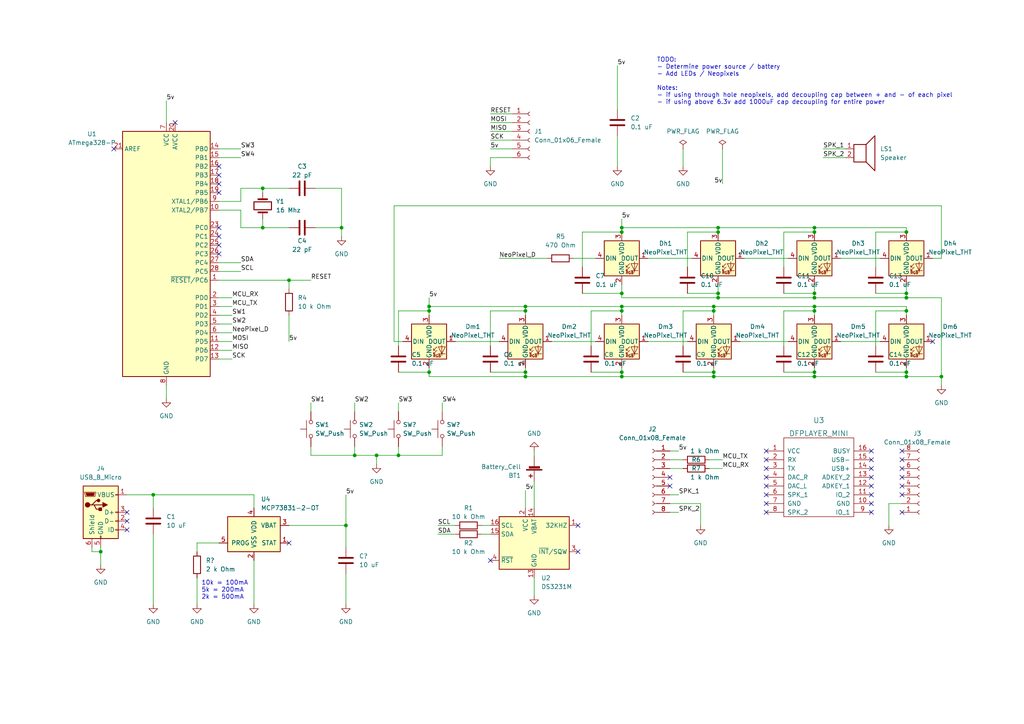
<source format=kicad_sch>
(kicad_sch (version 20211123) (generator eeschema)
  (paper "A4")
  (title_block (title "JoeyFrank - Pimple Clock Circuit") (date "2022-12-23") (rev "1") (company "DCR"))
  (lib_symbols
    (symbol "Battery_Management:MCP73831-2-OT" (pin_names (offset 1.016))
      (property "Reference" "U" (at -7.62 6.35 0))
      (property "Value" "MCP73831-2-OT" (at 1.27 6.35 0))
      (symbol "MCP73831-2-OT_0_1"
        (rectangle (start -7.62 5.08) (end 7.62 -5.08) (stroke (width 0.254)) (fill (type background)))
      )
      (symbol "MCP73831-2-OT_1_1"
        (pin output line (at 10.16 -2.54 180) (length 2.54) (name "STAT") (number "1"))
        (pin power_in line (at 0 -7.62 90) (length 2.54) (name "VSS") (number "2"))
        (pin power_out line (at 10.16 2.54 180) (length 2.54) (name "VBAT") (number "3"))
        (pin power_in line (at 0 7.62 270) (length 2.54) (name "VDD") (number "4"))
        (pin input line (at -10.16 -2.54 0) (length 2.54) (name "PROG") (number "5"))
      )
    )
    (symbol "Connector:Conn_01x06_Female" (pin_names (offset 1.016) hide)
      (property "Reference" "J" (at 0 7.62 0))
      (property "Value" "Conn_01x06_Female" (at 0 -10.16 0))
      (symbol "Conn_01x06_Female_1_1"
        (arc (start 0 -7.112) (mid -0.508 -7.62) (end 0 -8.128) (stroke (width 0.1524)))
        (arc (start 0 -4.572) (mid -0.508 -5.08) (end 0 -5.588) (stroke (width 0.1524)))
        (arc (start 0 -2.032) (mid -0.508 -2.54) (end 0 -3.048) (stroke (width 0.1524)))
        (polyline (pts (xy -1.27 -7.62) (xy -0.508 -7.62)) (stroke (width 0.1524)))
        (polyline (pts (xy -1.27 -5.08) (xy -0.508 -5.08)) (stroke (width 0.1524)))
        (polyline (pts (xy -1.27 -2.54) (xy -0.508 -2.54)) (stroke (width 0.1524)))
        (polyline (pts (xy -1.27 0) (xy -0.508 0)) (stroke (width 0.1524)))
        (polyline (pts (xy -1.27 2.54) (xy -0.508 2.54)) (stroke (width 0.1524)))
        (polyline (pts (xy -1.27 5.08) (xy -0.508 5.08)) (stroke (width 0.1524)))
        (arc (start 0 0.508) (mid -0.508 0) (end 0 -0.508) (stroke (width 0.1524)))
        (arc (start 0 3.048) (mid -0.508 2.54) (end 0 2.032) (stroke (width 0.1524)))
        (arc (start 0 5.588) (mid -0.508 5.08) (end 0 4.572) (stroke (width 0.1524)))
        (pin passive line (at -5.08 5.08 0) (length 3.81) (name "Pin_1") (number "1"))
        (pin passive line (at -5.08 2.54 0) (length 3.81) (name "Pin_2") (number "2"))
        (pin passive line (at -5.08 0 0) (length 3.81) (name "Pin_3") (number "3"))
        (pin passive line (at -5.08 -2.54 0) (length 3.81) (name "Pin_4") (number "4"))
        (pin passive line (at -5.08 -5.08 0) (length 3.81) (name "Pin_5") (number "5"))
        (pin passive line (at -5.08 -7.62 0) (length 3.81) (name "Pin_6") (number "6"))
      )
    )
    (symbol "Connector:Conn_01x08_Female" (pin_names (offset 1.016) hide)
      (property "Reference" "J" (at 0 10.16 0))
      (property "Value" "Conn_01x08_Female" (at 0 -12.7 0))
      (symbol "Conn_01x08_Female_1_1"
        (arc (start 0 -9.652) (mid -0.508 -10.16) (end 0 -10.668) (stroke (width 0.1524)))
        (arc (start 0 -7.112) (mid -0.508 -7.62) (end 0 -8.128) (stroke (width 0.1524)))
        (arc (start 0 -4.572) (mid -0.508 -5.08) (end 0 -5.588) (stroke (width 0.1524)))
        (arc (start 0 -2.032) (mid -0.508 -2.54) (end 0 -3.048) (stroke (width 0.1524)))
        (polyline (pts (xy -1.27 -10.16) (xy -0.508 -10.16)) (stroke (width 0.1524)))
        (polyline (pts (xy -1.27 -7.62) (xy -0.508 -7.62)) (stroke (width 0.1524)))
        (polyline (pts (xy -1.27 -5.08) (xy -0.508 -5.08)) (stroke (width 0.1524)))
        (polyline (pts (xy -1.27 -2.54) (xy -0.508 -2.54)) (stroke (width 0.1524)))
        (polyline (pts (xy -1.27 0) (xy -0.508 0)) (stroke (width 0.1524)))
        (polyline (pts (xy -1.27 2.54) (xy -0.508 2.54)) (stroke (width 0.1524)))
        (polyline (pts (xy -1.27 5.08) (xy -0.508 5.08)) (stroke (width 0.1524)))
        (polyline (pts (xy -1.27 7.62) (xy -0.508 7.62)) (stroke (width 0.1524)))
        (arc (start 0 0.508) (mid -0.508 0) (end 0 -0.508) (stroke (width 0.1524)))
        (arc (start 0 3.048) (mid -0.508 2.54) (end 0 2.032) (stroke (width 0.1524)))
        (arc (start 0 5.588) (mid -0.508 5.08) (end 0 4.572) (stroke (width 0.1524)))
        (arc (start 0 8.128) (mid -0.508 7.62) (end 0 7.112) (stroke (width 0.1524)))
        (pin passive line (at -5.08 7.62 0) (length 3.81) (name "Pin_1") (number "1"))
        (pin passive line (at -5.08 5.08 0) (length 3.81) (name "Pin_2") (number "2"))
        (pin passive line (at -5.08 2.54 0) (length 3.81) (name "Pin_3") (number "3"))
        (pin passive line (at -5.08 0 0) (length 3.81) (name "Pin_4") (number "4"))
        (pin passive line (at -5.08 -2.54 0) (length 3.81) (name "Pin_5") (number "5"))
        (pin passive line (at -5.08 -5.08 0) (length 3.81) (name "Pin_6") (number "6"))
        (pin passive line (at -5.08 -7.62 0) (length 3.81) (name "Pin_7") (number "7"))
        (pin passive line (at -5.08 -10.16 0) (length 3.81) (name "Pin_8") (number "8"))
      )
    )
    (symbol "Connector:USB_B_Micro" (pin_names (offset 1.016))
      (property "Reference" "J" (at -5.08 11.43 0))
      (property "Value" "USB_B_Micro" (at -5.08 8.89 0))
      (symbol "USB_B_Micro_0_1"
        (rectangle (start -5.08 -7.62) (end 5.08 7.62) (stroke (width 0.254)) (fill (type background)))
        (circle (center -3.81 2.159) (radius 0.635) (stroke (width 0.254)) (fill (type outline)))
        (circle (center -0.635 3.429) (radius 0.381) (stroke (width 0.254)) (fill (type outline)))
        (rectangle (start -0.127 -7.62) (end 0.127 -6.858))
        (polyline (pts (xy -1.905 2.159) (xy 0.635 2.159)) (stroke (width 0.254)))
        (polyline (pts (xy -3.175 2.159) (xy -2.54 2.159) (xy -1.27 3.429) (xy -0.635 3.429)) (stroke (width 0.254)))
        (polyline (pts (xy -2.54 2.159) (xy -1.905 2.159) (xy -1.27 0.889) (xy 0 0.889)) (stroke (width 0.254)))
        (polyline (pts (xy 0.635 2.794) (xy 0.635 1.524) (xy 1.905 2.159) (xy 0.635 2.794)) (stroke (width 0.254)) (fill (type outline)))
        (polyline (pts (xy -4.318 5.588) (xy -1.778 5.588) (xy -2.032 4.826) (xy -4.064 4.826) (xy -4.318 5.588)) (fill (type outline)))
        (polyline (pts (xy -4.699 5.842) (xy -4.699 5.588) (xy -4.445 4.826) (xy -4.445 4.572) (xy -1.651 4.572) (xy -1.651 4.826) (xy -1.397 5.588) (xy -1.397 5.842) (xy -4.699 5.842)))
        (rectangle (start 0.254 1.27) (end -0.508 0.508) (stroke (width 0.254)) (fill (type outline)))
        (rectangle (start 5.08 -5.207) (end 4.318 -4.953))
        (rectangle (start 5.08 -2.667) (end 4.318 -2.413))
        (rectangle (start 5.08 -0.127) (end 4.318 0.127))
        (rectangle (start 5.08 4.953) (end 4.318 5.207))
      )
      (symbol "USB_B_Micro_1_1"
        (pin power_out line (at 7.62 5.08 180) (length 2.54) (name "VBUS") (number "1"))
        (pin bidirectional line (at 7.62 -2.54 180) (length 2.54) (name "D-") (number "2"))
        (pin bidirectional line (at 7.62 0 180) (length 2.54) (name "D+") (number "3"))
        (pin passive line (at 7.62 -5.08 180) (length 2.54) (name "ID") (number "4"))
        (pin power_out line (at 0 -10.16 90) (length 2.54) (name "GND") (number "5"))
        (pin passive line (at -2.54 -10.16 90) (length 2.54) (name "Shield") (number "6"))
      )
    )
    (symbol "Device:Battery_Cell" (pin_numbers hide) (pin_names (offset 0) hide)
      (property "Reference" "BT" (at 2.54 2.54 0))
      (property "Value" "Battery_Cell" (at 2.54 0 0))
      (symbol "Battery_Cell_0_1"
        (rectangle (start -2.286 1.778) (end 2.286 1.524) (fill (type outline)))
        (rectangle (start -1.5748 1.1938) (end 1.4732 0.6858) (fill (type outline)))
        (polyline (pts (xy 0 0.762) (xy 0 0)))
        (polyline (pts (xy 0 1.778) (xy 0 2.54)))
        (polyline (pts (xy 0.508 3.429) (xy 1.524 3.429)) (stroke (width 0.254)))
        (polyline (pts (xy 1.016 3.937) (xy 1.016 2.921)) (stroke (width 0.254)))
      )
      (symbol "Battery_Cell_1_1"
        (pin passive line (at 0 5.08 270) (length 2.54) (name "+") (number "1"))
        (pin passive line (at 0 -2.54 90) (length 2.54) (name "-") (number "2"))
      )
    )
    (symbol "Device:C" (pin_numbers hide) (pin_names (offset 0.254))
      (property "Reference" "C" (at 0.635 2.54 0))
      (property "Value" "C" (at 0.635 -2.54 0))
      (symbol "C_0_1"
        (polyline (pts (xy -2.032 -0.762) (xy 2.032 -0.762)) (stroke (width 0.508)))
        (polyline (pts (xy -2.032 0.762) (xy 2.032 0.762)) (stroke (width 0.508)))
      )
      (symbol "C_1_1"
        (pin passive line (at 0 3.81 270) (length 2.794) (name "~") (number "1"))
        (pin passive line (at 0 -3.81 90) (length 2.794) (name "~") (number "2"))
      )
    )
    (symbol "Device:Crystal" (pin_numbers hide) (pin_names (offset 1.016) hide)
      (property "Reference" "Y" (at 0 3.81 0))
      (property "Value" "Crystal" (at 0 -3.81 0))
      (symbol "Crystal_0_1"
        (rectangle (start -1.143 2.54) (end 1.143 -2.54) (stroke (width 0.3048)))
        (polyline (pts (xy -2.54 0) (xy -1.905 0)))
        (polyline (pts (xy -1.905 -1.27) (xy -1.905 1.27)) (stroke (width 0.508)))
        (polyline (pts (xy 1.905 -1.27) (xy 1.905 1.27)) (stroke (width 0.508)))
        (polyline (pts (xy 2.54 0) (xy 1.905 0)))
      )
      (symbol "Crystal_1_1"
        (pin passive line (at -3.81 0 0) (length 1.27) (name "1") (number "1"))
        (pin passive line (at 3.81 0 180) (length 1.27) (name "2") (number "2"))
      )
    )
    (symbol "Device:R" (pin_numbers hide) (pin_names (offset 0))
      (property "Reference" "R" (at 2.032 0 90))
      (property "Value" "R" (at 0 0 90))
      (symbol "R_0_1"
        (rectangle (start -1.016 -2.54) (end 1.016 2.54) (stroke (width 0.254)))
      )
      (symbol "R_1_1"
        (pin passive line (at 0 3.81 270) (length 1.27) (name "~") (number "1"))
        (pin passive line (at 0 -3.81 90) (length 1.27) (name "~") (number "2"))
      )
    )
    (symbol "Device:Speaker" (pin_names (offset 0) hide)
      (property "Reference" "LS" (at 1.27 5.715 0))
      (property "Value" "Speaker" (at 1.27 3.81 0))
      (symbol "Speaker_0_0"
        (rectangle (start -2.54 1.27) (end 1.016 -3.81) (stroke (width 0.254)))
        (polyline (pts (xy 1.016 1.27) (xy 3.556 3.81) (xy 3.556 -6.35) (xy 1.016 -3.81)) (stroke (width 0.254)))
      )
      (symbol "Speaker_1_1"
        (pin input line (at -5.08 0 0) (length 2.54) (name "1") (number "1"))
        (pin input line (at -5.08 -2.54 0) (length 2.54) (name "2") (number "2"))
      )
    )
    (symbol "LED:NeoPixel_THT" (pin_names (offset 0.254))
      (property "Reference" "D" (at 5.08 5.715 0))
      (property "Value" "NeoPixel_THT" (at 1.27 -5.715 0))
      (symbol "NeoPixel_THT_0_0"
        (text "RGB" (at 2.286 -4.191 0) (effects (font (size 0.762 0.762))))
      )
      (symbol "NeoPixel_THT_0_1"
        (polyline (pts (xy 1.27 -3.556) (xy 1.778 -3.556)))
        (polyline (pts (xy 1.27 -2.54) (xy 1.778 -2.54)))
        (polyline (pts (xy 4.699 -3.556) (xy 2.667 -3.556)))
        (polyline (pts (xy 2.286 -2.54) (xy 1.27 -3.556) (xy 1.27 -3.048)))
        (polyline (pts (xy 2.286 -1.524) (xy 1.27 -2.54) (xy 1.27 -2.032)))
        (polyline (pts (xy 3.683 -1.016) (xy 3.683 -3.556) (xy 3.683 -4.064)))
        (polyline (pts (xy 4.699 -1.524) (xy 2.667 -1.524) (xy 3.683 -3.556) (xy 4.699 -1.524)))
        (rectangle (start 5.08 5.08) (end -5.08 -5.08) (stroke (width 0.254)) (fill (type background)))
      )
      (symbol "NeoPixel_THT_1_1"
        (pin output line (at 7.62 0 180) (length 2.54) (name "DOUT") (number "1"))
        (pin power_in line (at 0 -7.62 90) (length 2.54) (name "GND") (number "2"))
        (pin power_in line (at 0 7.62 270) (length 2.54) (name "VDD") (number "3"))
        (pin input line (at -7.62 0 0) (length 2.54) (name "DIN") (number "4"))
      )
    )
    (symbol "MCU_Microchip_ATmega:ATmega328-P"
      (property "Reference" "U" (at -12.7 36.83 0))
      (property "Value" "ATmega328-P" (at 2.54 -36.83 0))
      (symbol "ATmega328-P_0_1"
        (rectangle (start -12.7 -35.56) (end 12.7 35.56) (stroke (width 0.254)) (fill (type background)))
      )
      (symbol "ATmega328-P_1_1"
        (pin bidirectional line (at 15.24 -7.62 180) (length 2.54) (name "~{RESET}/PC6") (number "1"))
        (pin bidirectional line (at 15.24 12.7 180) (length 2.54) (name "XTAL2/PB7") (number "10"))
        (pin bidirectional line (at 15.24 -25.4 180) (length 2.54) (name "PD5") (number "11"))
        (pin bidirectional line (at 15.24 -27.94 180) (length 2.54) (name "PD6") (number "12"))
        (pin bidirectional line (at 15.24 -30.48 180) (length 2.54) (name "PD7") (number "13"))
        (pin bidirectional line (at 15.24 30.48 180) (length 2.54) (name "PB0") (number "14"))
        (pin bidirectional line (at 15.24 27.94 180) (length 2.54) (name "PB1") (number "15"))
        (pin bidirectional line (at 15.24 25.4 180) (length 2.54) (name "PB2") (number "16"))
        (pin bidirectional line (at 15.24 22.86 180) (length 2.54) (name "PB3") (number "17"))
        (pin bidirectional line (at 15.24 20.32 180) (length 2.54) (name "PB4") (number "18"))
        (pin bidirectional line (at 15.24 17.78 180) (length 2.54) (name "PB5") (number "19"))
        (pin bidirectional line (at 15.24 -12.7 180) (length 2.54) (name "PD0") (number "2"))
        (pin power_in line (at 2.54 38.1 270) (length 2.54) (name "AVCC") (number "20"))
        (pin passive line (at -15.24 30.48 0) (length 2.54) (name "AREF") (number "21"))
        (pin passive line (at 0 -38.1 90) (length 2.54) hide (name "GND") (number "22"))
        (pin bidirectional line (at 15.24 7.62 180) (length 2.54) (name "PC0") (number "23"))
        (pin bidirectional line (at 15.24 5.08 180) (length 2.54) (name "PC1") (number "24"))
        (pin bidirectional line (at 15.24 2.54 180) (length 2.54) (name "PC2") (number "25"))
        (pin bidirectional line (at 15.24 0 180) (length 2.54) (name "PC3") (number "26"))
        (pin bidirectional line (at 15.24 -2.54 180) (length 2.54) (name "PC4") (number "27"))
        (pin bidirectional line (at 15.24 -5.08 180) (length 2.54) (name "PC5") (number "28"))
        (pin bidirectional line (at 15.24 -15.24 180) (length 2.54) (name "PD1") (number "3"))
        (pin bidirectional line (at 15.24 -17.78 180) (length 2.54) (name "PD2") (number "4"))
        (pin bidirectional line (at 15.24 -20.32 180) (length 2.54) (name "PD3") (number "5"))
        (pin bidirectional line (at 15.24 -22.86 180) (length 2.54) (name "PD4") (number "6"))
        (pin power_in line (at 0 38.1 270) (length 2.54) (name "VCC") (number "7"))
        (pin power_in line (at 0 -38.1 90) (length 2.54) (name "GND") (number "8"))
        (pin bidirectional line (at 15.24 15.24 180) (length 2.54) (name "XTAL1/PB6") (number "9"))
      )
    )
    (symbol "Misc_ICs:DFPLAYER_MINI" (pin_names (offset 1.016))
      (property "Reference" "U" (at 0 -6.35 0))
      (property "Value" "DFPLAYER_MINI" (at 0 11.43 0))
      (symbol "DFPLAYER_MINI_0_1"
        (rectangle (start -10.16 -10.16) (end 10.16 12.7))
      )
      (symbol "DFPLAYER_MINI_1_1"
        (pin input line (at -15.24 8.89 0) (length 5.08) (name "VCC") (number "1"))
        (pin input line (at 15.24 -6.35 180) (length 5.08) (name "GND") (number "10"))
        (pin input line (at 15.24 -3.81 180) (length 5.08) (name "IO_2") (number "11"))
        (pin input line (at 15.24 -1.27 180) (length 5.08) (name "ADKEY_1") (number "12"))
        (pin input line (at 15.24 1.27 180) (length 5.08) (name "ADKEY_2") (number "13"))
        (pin input line (at 15.24 3.81 180) (length 5.08) (name "USB+") (number "14"))
        (pin input line (at 15.24 6.35 180) (length 5.08) (name "USB-") (number "15"))
        (pin input line (at 15.24 8.89 180) (length 5.08) (name "BUSY") (number "16"))
        (pin input line (at -15.24 6.35 0) (length 5.08) (name "RX") (number "2"))
        (pin input line (at -15.24 3.81 0) (length 5.08) (name "TX") (number "3"))
        (pin input line (at -15.24 1.27 0) (length 5.08) (name "DAC_R") (number "4"))
        (pin input line (at -15.24 -1.27 0) (length 5.08) (name "DAC_L") (number "5"))
        (pin input line (at -15.24 -3.81 0) (length 5.08) (name "SPK_1") (number "6"))
        (pin input line (at -15.24 -6.35 0) (length 5.08) (name "GND") (number "7"))
        (pin input line (at -15.24 -8.89 0) (length 5.08) (name "SPK_2") (number "8"))
        (pin input line (at 15.24 -8.89 180) (length 5.08) (name "IO_1") (number "9"))
      )
    )
    (symbol "Switch:SW_Push" (pin_numbers hide) (pin_names (offset 1.016) hide)
      (property "Reference" "SW" (at 1.27 2.54 0))
      (property "Value" "SW_Push" (at 0 -1.524 0))
      (symbol "SW_Push_0_1"
        (circle (center -2.032 0) (radius 0.508))
        (polyline (pts (xy 0 1.27) (xy 0 3.048)))
        (polyline (pts (xy 2.54 1.27) (xy -2.54 1.27)))
        (circle (center 2.032 0) (radius 0.508))
        (pin passive line (at -5.08 0 0) (length 2.54) (name "1") (number "1"))
        (pin passive line (at 5.08 0 180) (length 2.54) (name "2") (number "2"))
      )
    )
    (symbol "Timer_RTC:DS3231M"
      (property "Reference" "U" (at -7.62 8.89 0))
      (property "Value" "DS3231M" (at 10.16 8.89 0))
      (symbol "DS3231M_0_1"
        (rectangle (start -10.16 7.62) (end 10.16 -7.62) (stroke (width 0.254)) (fill (type background)))
      )
      (symbol "DS3231M_1_1"
        (pin open_collector line (at 12.7 5.08 180) (length 2.54) (name "32KHZ") (number "1"))
        (pin passive line (at 0 -10.16 90) (length 2.54) hide (name "GND") (number "10"))
        (pin passive line (at 0 -10.16 90) (length 2.54) hide (name "GND") (number "11"))
        (pin passive line (at 0 -10.16 90) (length 2.54) hide (name "GND") (number "12"))
        (pin power_in line (at 0 -10.16 90) (length 2.54) (name "GND") (number "13"))
        (pin power_in line (at 0 10.16 270) (length 2.54) (name "VBAT") (number "14"))
        (pin bidirectional line (at -12.7 2.54 0) (length 2.54) (name "SDA") (number "15"))
        (pin input line (at -12.7 5.08 0) (length 2.54) (name "SCL") (number "16"))
        (pin power_in line (at -2.54 10.16 270) (length 2.54) (name "VCC") (number "2"))
        (pin open_collector line (at 12.7 -2.54 180) (length 2.54) (name "~{INT}/SQW") (number "3"))
        (pin bidirectional line (at -12.7 -5.08 0) (length 2.54) (name "~{RST}") (number "4"))
        (pin passive line (at 0 -10.16 90) (length 2.54) hide (name "GND") (number "5"))
        (pin passive line (at 0 -10.16 90) (length 2.54) hide (name "GND") (number "6"))
        (pin passive line (at 0 -10.16 90) (length 2.54) hide (name "GND") (number "7"))
        (pin passive line (at 0 -10.16 90) (length 2.54) hide (name "GND") (number "8"))
        (pin passive line (at 0 -10.16 90) (length 2.54) hide (name "GND") (number "9"))
      )
    )
    (symbol "power:GND" (power) (pin_names (offset 0))
      (property "Value" "GND" (at 0 -3.81 0))
      (symbol "GND_0_1"
        (polyline (pts (xy 0 0) (xy 0 -1.27) (xy 1.27 -1.27) (xy 0 -2.54) (xy -1.27 -1.27) (xy 0 -1.27)))
      )
      (symbol "GND_1_1"
        (pin power_in line (at 0 0 270) (length 0) hide (name "GND") (number "1"))
      )
    )
    (symbol "power:PWR_FLAG" (power) (pin_numbers hide) (pin_names (offset 0) hide)
      (property "Value" "PWR_FLAG" (at 0 3.81 0))
      (symbol "PWR_FLAG_0_0"
        (pin power_out line (at 0 0 90) (length 0) (name "pwr") (number "1"))
      )
      (symbol "PWR_FLAG_0_1"
        (polyline (pts (xy 0 0) (xy 0 1.27) (xy -1.016 1.905) (xy 0 2.54) (xy 1.016 1.905) (xy 0 1.27)))
      )
    )
  )
  (junction (at 273.05 109.22))
  (junction (at 152.4 90.17))
  (junction (at 152.4 109.22))
  (junction (at 124.46 88.9))
  (junction (at 124.46 107.95))
  (junction (at 29.21 160.02))
  (junction (at 236.22 67.31))
  (junction (at 236.22 107.95))
  (junction (at 208.28 85.09))
  (junction (at 180.34 66.04))
  (junction (at 207.01 90.17))
  (junction (at 115.57 132.08))
  (junction (at 180.34 67.31))
  (junction (at 236.22 88.9))
  (junction (at 180.34 109.22))
  (junction (at 102.87 132.08))
  (junction (at 100.33 152.4))
  (junction (at 208.28 66.04))
  (junction (at 76.2 54.61))
  (junction (at 208.28 67.31))
  (junction (at 262.89 86.36))
  (junction (at 99.06 66.04))
  (junction (at 207.01 109.22))
  (junction (at 262.89 109.22))
  (junction (at 180.34 90.17))
  (junction (at 207.01 88.9))
  (junction (at 152.4 88.9))
  (junction (at 262.89 67.31))
  (junction (at 262.89 90.17))
  (junction (at 83.82 81.28))
  (junction (at 180.34 88.9))
  (junction (at 44.45 143.51))
  (junction (at 236.22 66.04))
  (junction (at 236.22 86.36))
  (junction (at 207.01 107.95))
  (junction (at 76.2 66.04))
  (junction (at 109.22 132.08))
  (junction (at 180.34 107.95))
  (junction (at 236.22 109.22))
  (junction (at 262.89 85.09))
  (junction (at 236.22 85.09))
  (junction (at 152.4 107.95))
  (junction (at 180.34 85.09))
  (junction (at 236.22 90.17))
  (junction (at 208.28 86.36))
  (junction (at 124.46 90.17))
  (junction (at 262.89 107.95))
  (no_connect (at 63.5 73.66))
  (no_connect (at 261.62 133.35))
  (no_connect (at 194.31 138.43))
  (no_connect (at 142.24 162.56))
  (no_connect (at 261.62 143.51))
  (no_connect (at 36.83 151.13))
  (no_connect (at 222.25 148.59))
  (no_connect (at 270.51 99.06))
  (no_connect (at 63.5 55.88))
  (no_connect (at 222.25 135.89))
  (no_connect (at 261.62 135.89))
  (no_connect (at 222.25 138.43))
  (no_connect (at 261.62 148.59))
  (no_connect (at 261.62 130.81))
  (no_connect (at 252.73 135.89))
  (no_connect (at 252.73 148.59))
  (no_connect (at 252.73 138.43))
  (no_connect (at 36.83 148.59))
  (no_connect (at 222.25 130.81))
  (no_connect (at 167.64 152.4))
  (no_connect (at 83.82 157.48))
  (no_connect (at 63.5 50.8))
  (no_connect (at 63.5 48.26))
  (no_connect (at 252.73 146.05))
  (no_connect (at 194.31 140.97))
  (no_connect (at 252.73 143.51))
  (no_connect (at 63.5 68.58))
  (no_connect (at 167.64 160.02))
  (no_connect (at 222.25 143.51))
  (no_connect (at 63.5 53.34))
  (no_connect (at 252.73 133.35))
  (no_connect (at 36.83 153.67))
  (no_connect (at 50.8 35.56))
  (no_connect (at 252.73 140.97))
  (no_connect (at 222.25 140.97))
  (no_connect (at 63.5 71.12))
  (no_connect (at 261.62 140.97))
  (no_connect (at 252.73 130.81))
  (no_connect (at 261.62 138.43))
  (no_connect (at 222.25 146.05))
  (no_connect (at 63.5 66.04))
  (no_connect (at 33.02 43.18))
  (no_connect (at 222.25 133.35))
  (wire (pts (xy 76.2 66.04) (xy 76.2 63.5)))
  (wire (pts (xy 273.05 59.69) (xy 114.3 59.69)))
  (wire (pts (xy 160.02 99.06) (xy 172.72 99.06)))
  (wire (pts (xy 180.34 82.55) (xy 180.34 85.09)))
  (wire (pts (xy 215.9 74.93) (xy 228.6 74.93)))
  (wire (pts (xy 63.5 93.98) (xy 67.31 93.98)))
  (wire (pts (xy 166.37 74.93) (xy 172.72 74.93)))
  (wire (pts (xy 102.87 132.08) (xy 109.22 132.08)))
  (wire (pts (xy 262.89 85.09) (xy 262.89 86.36)))
  (wire (pts (xy 142.24 107.95) (xy 152.4 107.95)))
  (wire (pts (xy 63.5 96.52) (xy 67.31 96.52)))
  (wire (pts (xy 236.22 82.55) (xy 236.22 85.09)))
  (wire (pts (xy 152.4 88.9) (xy 180.34 88.9)))
  (wire (pts (xy 69.85 60.96) (xy 69.85 66.04)))
  (wire (pts (xy 207.01 109.22) (xy 236.22 109.22)))
  (wire (pts (xy 63.5 60.96) (xy 69.85 60.96)))
  (wire (pts (xy 63.5 104.14) (xy 67.31 104.14)))
  (wire (pts (xy 198.12 90.17) (xy 207.01 90.17)))
  (wire (pts (xy 90.17 116.84) (xy 90.17 119.38)))
  (wire (pts (xy 254 100.33) (xy 254 90.17)))
  (wire (pts (xy 199.39 85.09) (xy 208.28 85.09)))
  (wire (pts (xy 236.22 106.68) (xy 236.22 107.95)))
  (wire (pts (xy 227.33 77.47) (xy 227.33 67.31)))
  (wire (pts (xy 254 85.09) (xy 262.89 85.09)))
  (wire (pts (xy 29.21 158.75) (xy 29.21 160.02)))
  (wire (pts (xy 179.07 19.05) (xy 179.07 31.75)))
  (wire (pts (xy 227.33 85.09) (xy 236.22 85.09)))
  (wire (pts (xy 115.57 90.17) (xy 124.46 90.17)))
  (wire (pts (xy 63.5 78.74) (xy 69.85 78.74)))
  (wire (pts (xy 142.24 90.17) (xy 152.4 90.17)))
  (wire (pts (xy 142.24 100.33) (xy 142.24 90.17)))
  (wire (pts (xy 180.34 63.5) (xy 180.34 66.04)))
  (wire (pts (xy 243.84 99.06) (xy 255.27 99.06)))
  (wire (pts (xy 180.34 66.04) (xy 180.34 67.31)))
  (wire (pts (xy 194.31 130.81) (xy 196.85 130.81)))
  (wire (pts (xy 238.76 43.18) (xy 245.11 43.18)))
  (wire (pts (xy 168.91 77.47) (xy 168.91 67.31)))
  (wire (pts (xy 142.24 48.26) (xy 142.24 45.72)))
  (wire (pts (xy 73.66 143.51) (xy 73.66 147.32)))
  (wire (pts (xy 102.87 116.84) (xy 102.87 119.38)))
  (wire (pts (xy 142.24 40.64) (xy 148.59 40.64)))
  (wire (pts (xy 73.66 162.56) (xy 73.66 175.26)))
  (wire (pts (xy 208.28 82.55) (xy 208.28 85.09)))
  (wire (pts (xy 29.21 160.02) (xy 29.21 163.83)))
  (wire (pts (xy 132.08 99.06) (xy 144.78 99.06)))
  (wire (pts (xy 243.84 74.93) (xy 255.27 74.93)))
  (wire (pts (xy 171.45 107.95) (xy 180.34 107.95)))
  (wire (pts (xy 262.89 91.44) (xy 262.89 90.17)))
  (wire (pts (xy 124.46 88.9) (xy 124.46 90.17)))
  (wire (pts (xy 207.01 91.44) (xy 207.01 90.17)))
  (wire (pts (xy 208.28 67.31) (xy 208.28 66.04)))
  (wire (pts (xy 63.5 101.6) (xy 67.31 101.6)))
  (wire (pts (xy 262.89 109.22) (xy 273.05 109.22)))
  (wire (pts (xy 90.17 129.54) (xy 90.17 132.08)))
  (wire (pts (xy 128.27 129.54) (xy 128.27 132.08)))
  (wire (pts (xy 262.89 107.95) (xy 262.89 109.22)))
  (wire (pts (xy 236.22 86.36) (xy 262.89 86.36)))
  (wire (pts (xy 48.26 29.21) (xy 48.26 35.56)))
  (wire (pts (xy 63.5 86.36) (xy 67.31 86.36)))
  (wire (pts (xy 142.24 43.18) (xy 148.59 43.18)))
  (wire (pts (xy 194.31 135.89) (xy 198.12 135.89)))
  (wire (pts (xy 207.01 90.17) (xy 207.01 88.9)))
  (wire (pts (xy 63.5 91.44) (xy 67.31 91.44)))
  (wire (pts (xy 109.22 132.08) (xy 115.57 132.08)))
  (wire (pts (xy 187.96 99.06) (xy 199.39 99.06)))
  (wire (pts (xy 124.46 109.22) (xy 152.4 109.22)))
  (wire (pts (xy 63.5 88.9) (xy 67.31 88.9)))
  (wire (pts (xy 168.91 85.09) (xy 180.34 85.09)))
  (wire (pts (xy 207.01 88.9) (xy 236.22 88.9)))
  (wire (pts (xy 36.83 143.51) (xy 44.45 143.51)))
  (wire (pts (xy 194.31 133.35) (xy 198.12 133.35)))
  (wire (pts (xy 100.33 143.51) (xy 100.33 152.4)))
  (wire (pts (xy 48.26 111.76) (xy 48.26 115.57)))
  (wire (pts (xy 83.82 81.28) (xy 83.82 83.82)))
  (wire (pts (xy 152.4 91.44) (xy 152.4 90.17)))
  (wire (pts (xy 152.4 90.17) (xy 152.4 88.9)))
  (wire (pts (xy 69.85 58.42) (xy 69.85 54.61)))
  (wire (pts (xy 236.22 109.22) (xy 262.89 109.22)))
  (wire (pts (xy 209.55 43.18) (xy 209.55 53.34)))
  (wire (pts (xy 180.34 85.09) (xy 180.34 86.36)))
  (wire (pts (xy 114.3 99.06) (xy 116.84 99.06)))
  (wire (pts (xy 76.2 54.61) (xy 83.82 54.61)))
  (wire (pts (xy 99.06 54.61) (xy 99.06 66.04)))
  (wire (pts (xy 124.46 106.68) (xy 124.46 107.95)))
  (wire (pts (xy 198.12 100.33) (xy 198.12 90.17)))
  (wire (pts (xy 236.22 90.17) (xy 236.22 88.9)))
  (wire (pts (xy 262.89 90.17) (xy 262.89 88.9)))
  (wire (pts (xy 57.15 157.48) (xy 57.15 160.02)))
  (wire (pts (xy 194.31 146.05) (xy 203.2 146.05)))
  (wire (pts (xy 63.5 58.42) (xy 69.85 58.42)))
  (wire (pts (xy 179.07 39.37) (xy 179.07 48.26)))
  (wire (pts (xy 180.34 106.68) (xy 180.34 107.95)))
  (wire (pts (xy 102.87 129.54) (xy 102.87 132.08)))
  (wire (pts (xy 171.45 90.17) (xy 180.34 90.17)))
  (wire (pts (xy 127 152.4) (xy 132.08 152.4)))
  (wire (pts (xy 69.85 54.61) (xy 76.2 54.61)))
  (wire (pts (xy 203.2 146.05) (xy 203.2 152.4)))
  (wire (pts (xy 205.74 133.35) (xy 209.55 133.35)))
  (wire (pts (xy 114.3 59.69) (xy 114.3 99.06)))
  (wire (pts (xy 180.34 107.95) (xy 180.34 109.22)))
  (wire (pts (xy 139.7 154.94) (xy 142.24 154.94)))
  (wire (pts (xy 227.33 90.17) (xy 236.22 90.17)))
  (wire (pts (xy 227.33 67.31) (xy 236.22 67.31)))
  (wire (pts (xy 128.27 116.84) (xy 128.27 119.38)))
  (wire (pts (xy 236.22 107.95) (xy 236.22 109.22)))
  (wire (pts (xy 180.34 90.17) (xy 180.34 91.44)))
  (wire (pts (xy 168.91 67.31) (xy 180.34 67.31)))
  (wire (pts (xy 44.45 143.51) (xy 44.45 147.32)))
  (wire (pts (xy 99.06 66.04) (xy 99.06 68.58)))
  (wire (pts (xy 115.57 116.84) (xy 115.57 119.38)))
  (wire (pts (xy 76.2 55.88) (xy 76.2 54.61)))
  (wire (pts (xy 227.33 100.33) (xy 227.33 90.17)))
  (wire (pts (xy 152.4 107.95) (xy 152.4 109.22)))
  (wire (pts (xy 154.94 167.64) (xy 154.94 172.72)))
  (wire (pts (xy 152.4 106.68) (xy 152.4 107.95)))
  (wire (pts (xy 257.81 146.05) (xy 261.62 146.05)))
  (wire (pts (xy 208.28 86.36) (xy 236.22 86.36)))
  (wire (pts (xy 254 77.47) (xy 254 67.31)))
  (wire (pts (xy 273.05 74.93) (xy 273.05 59.69)))
  (wire (pts (xy 180.34 88.9) (xy 207.01 88.9)))
  (wire (pts (xy 236.22 66.04) (xy 208.28 66.04)))
  (wire (pts (xy 152.4 142.24) (xy 152.4 147.32)))
  (wire (pts (xy 139.7 152.4) (xy 142.24 152.4)))
  (wire (pts (xy 270.51 74.93) (xy 273.05 74.93)))
  (wire (pts (xy 236.22 85.09) (xy 236.22 86.36)))
  (wire (pts (xy 83.82 152.4) (xy 100.33 152.4)))
  (wire (pts (xy 144.78 74.93) (xy 158.75 74.93)))
  (wire (pts (xy 76.2 66.04) (xy 83.82 66.04)))
  (wire (pts (xy 109.22 132.08) (xy 109.22 134.62)))
  (wire (pts (xy 208.28 66.04) (xy 180.34 66.04)))
  (wire (pts (xy 44.45 143.51) (xy 73.66 143.51)))
  (wire (pts (xy 100.33 152.4) (xy 100.33 158.75)))
  (wire (pts (xy 124.46 86.36) (xy 124.46 88.9)))
  (wire (pts (xy 262.89 66.04) (xy 236.22 66.04)))
  (wire (pts (xy 208.28 85.09) (xy 208.28 86.36)))
  (wire (pts (xy 83.82 81.28) (xy 90.17 81.28)))
  (wire (pts (xy 142.24 38.1) (xy 148.59 38.1)))
  (wire (pts (xy 152.4 88.9) (xy 124.46 88.9)))
  (wire (pts (xy 100.33 166.37) (xy 100.33 175.26)))
  (wire (pts (xy 152.4 109.22) (xy 180.34 109.22)))
  (wire (pts (xy 254 67.31) (xy 262.89 67.31)))
  (wire (pts (xy 207.01 106.68) (xy 207.01 107.95)))
  (wire (pts (xy 180.34 88.9) (xy 180.34 90.17)))
  (wire (pts (xy 262.89 86.36) (xy 273.05 86.36)))
  (wire (pts (xy 83.82 91.44) (xy 83.82 99.06)))
  (wire (pts (xy 115.57 132.08) (xy 128.27 132.08)))
  (wire (pts (xy 63.5 81.28) (xy 83.82 81.28)))
  (wire (pts (xy 115.57 132.08) (xy 115.57 129.54)))
  (wire (pts (xy 57.15 167.64) (xy 57.15 175.26)))
  (wire (pts (xy 273.05 86.36) (xy 273.05 109.22)))
  (wire (pts (xy 262.89 67.31) (xy 262.89 66.04)))
  (wire (pts (xy 257.81 146.05) (xy 257.81 152.4)))
  (wire (pts (xy 115.57 100.33) (xy 115.57 90.17)))
  (wire (pts (xy 199.39 77.47) (xy 199.39 67.31)))
  (wire (pts (xy 91.44 66.04) (xy 99.06 66.04)))
  (wire (pts (xy 187.96 74.93) (xy 200.66 74.93)))
  (wire (pts (xy 63.5 45.72) (xy 69.85 45.72)))
  (wire (pts (xy 63.5 99.06) (xy 67.31 99.06)))
  (wire (pts (xy 198.12 107.95) (xy 207.01 107.95)))
  (wire (pts (xy 262.89 82.55) (xy 262.89 85.09)))
  (wire (pts (xy 236.22 67.31) (xy 236.22 66.04)))
  (wire (pts (xy 63.5 76.2) (xy 69.85 76.2)))
  (wire (pts (xy 26.67 160.02) (xy 29.21 160.02)))
  (wire (pts (xy 199.39 67.31) (xy 208.28 67.31)))
  (wire (pts (xy 127 154.94) (xy 132.08 154.94)))
  (wire (pts (xy 254 107.95) (xy 262.89 107.95)))
  (wire (pts (xy 142.24 45.72) (xy 148.59 45.72)))
  (wire (pts (xy 262.89 88.9) (xy 236.22 88.9)))
  (wire (pts (xy 207.01 107.95) (xy 207.01 109.22)))
  (wire (pts (xy 205.74 135.89) (xy 209.55 135.89)))
  (wire (pts (xy 180.34 86.36) (xy 208.28 86.36)))
  (wire (pts (xy 124.46 90.17) (xy 124.46 91.44)))
  (wire (pts (xy 142.24 33.02) (xy 148.59 33.02)))
  (wire (pts (xy 262.89 106.68) (xy 262.89 107.95)))
  (wire (pts (xy 198.12 43.18) (xy 198.12 48.26)))
  (wire (pts (xy 115.57 107.95) (xy 124.46 107.95)))
  (wire (pts (xy 154.94 132.08) (xy 154.94 130.81)))
  (wire (pts (xy 63.5 43.18) (xy 69.85 43.18)))
  (wire (pts (xy 154.94 139.7) (xy 154.94 147.32)))
  (wire (pts (xy 194.31 148.59) (xy 196.85 148.59)))
  (wire (pts (xy 227.33 107.95) (xy 236.22 107.95)))
  (wire (pts (xy 214.63 99.06) (xy 228.6 99.06)))
  (wire (pts (xy 63.5 157.48) (xy 57.15 157.48)))
  (wire (pts (xy 254 90.17) (xy 262.89 90.17)))
  (wire (pts (xy 171.45 100.33) (xy 171.45 90.17)))
  (wire (pts (xy 142.24 35.56) (xy 148.59 35.56)))
  (wire (pts (xy 273.05 109.22) (xy 273.05 111.76)))
  (wire (pts (xy 194.31 143.51) (xy 196.85 143.51)))
  (wire (pts (xy 124.46 107.95) (xy 124.46 109.22)))
  (wire (pts (xy 69.85 66.04) (xy 76.2 66.04)))
  (wire (pts (xy 238.76 45.72) (xy 245.11 45.72)))
  (wire (pts (xy 90.17 132.08) (xy 102.87 132.08)))
  (wire (pts (xy 44.45 154.94) (xy 44.45 175.26)))
  (wire (pts (xy 236.22 91.44) (xy 236.22 90.17)))
  (wire (pts (xy 180.34 109.22) (xy 207.01 109.22)))
  (wire (pts (xy 91.44 54.61) (xy 99.06 54.61)))
  (wire (pts (xy 26.67 158.75) (xy 26.67 160.02)))
  (text "10k = 100mA\n5k = 200mA\n2k = 500mA" (at 58.42 173.99 0) (effects (font (size 1.27 1.27)) (justify left bottom)))
  (text "TODO: \n- Determine power source / battery\n- Add LEDs / Neopixels\n\nNotes:\n- if using through hole neopixels, add decoupling cap between + and - of each pixel\n- if using above 6.3v add 1000uF cap decoupling for entire power" (at 190.5 30.48 0) (effects (font (size 1.27 1.27)) (justify left bottom)))
  (label "SCK" (at 67.31 104.14 0))
  (label "MISO" (at 67.31 101.6 0))
  (label "SW4" (at 69.85 45.72 0))
  (label "MISO" (at 142.24 38.1 0))
  (label "SDA" (at 127 154.94 0))
  (label "MCU_TX" (at 209.55 133.35 0))
  (label "MOSI" (at 67.31 99.06 0))
  (label "RESET" (at 142.24 33.02 0))
  (label "5v" (at 100.33 143.51 0))
  (label "SPK_1" (at 238.76 43.18 0))
  (label "SW2" (at 67.31 93.98 0))
  (label "SCK" (at 142.24 40.64 0))
  (label "SW4" (at 128.27 116.84 0))
  (label "SW3" (at 69.85 43.18 0))
  (label "SCL" (at 69.85 78.74 0))
  (label "5v" (at 48.26 29.21 0))
  (label "MOSI" (at 142.24 35.56 0))
  (label "5v" (at 152.4 142.24 0))
  (label "MCU_RX" (at 209.55 135.89 0))
  (label "SW3" (at 115.57 116.84 0))
  (label "SPK_2" (at 238.76 45.72 0))
  (label "5v" (at 124.46 86.36 0))
  (label "5v" (at 180.34 63.5 0))
  (label "SPK_1" (at 196.85 143.51 0))
  (label "MCU_TX" (at 67.31 88.9 0))
  (label "RESET" (at 90.17 81.28 0))
  (label "MCU_RX" (at 67.31 86.36 0))
  (label "NeoPixel_D" (at 144.78 74.93 0))
  (label "NeoPixel_D" (at 67.31 96.52 0))
  (label "5v" (at 179.07 19.05 0))
  (label "SCL" (at 127 152.4 0))
  (label "SW2" (at 102.87 116.84 0))
  (label "5v" (at 196.85 130.81 0))
  (label "5v" (at 83.82 99.06 0))
  (label "SW1" (at 90.17 116.84 0))
  (label "SDA" (at 69.85 76.2 0))
  (label "SPK_2" (at 196.85 148.59 0))
  (label "5v" (at 209.55 53.34 180))
  (label "SW1" (at 67.31 91.44 0))
  (label "5v" (at 142.24 43.18 0))
  (symbol (lib_id "Switch:SW_Push") (at 115.57 124.46 90) (unit 1)
    (property "Reference" "SW?" (at 116.84 123.1899 90) (effects (justify right)))
    (property "Value" "SW_Push" (at 116.84 125.7299 90) (effects (justify right)))
    (property "Footprint" "Button_Switch_SMD:SW_SPST_B3S-1100" (effects hide))
  )
  (symbol (lib_id "Misc_ICs:DFPLAYER_MINI") (at 237.49 139.7 0) (unit 1) (in_bom no) (on_board no)
    (property "Reference" "U3" (at 237.49 121.92 0) (effects (font (size 1.524 1.524))))
    (property "Value" "DFPLAYER_MINI" (at 237.49 125.73 0) (effects (font (size 1.524 1.524))))
  )
  (symbol (lib_id "Connector:USB_B_Micro") (at 29.21 148.59 0) (unit 1)
    (property "Reference" "J4" (at 29.21 135.89 0))
    (property "Value" "USB_B_Micro" (at 29.21 138.43 0))
  )
  (symbol (lib_id "Battery_Management:MCP73831-2-OT") (at 73.66 154.94 0) (unit 1)
    (property "Reference" "U4" (at 75.6794 144.78 0) (effects (justify left)))
    (property "Value" "MCP73831-2-OT" (at 75.6794 147.32 0) (effects (justify left)))
    (property "Footprint" "Package_TO_SOT_SMD:SOT-23-5" (effects hide))
    (property "Datasheet" "http://ww1.microchip.com/downloads/en/DeviceDoc/20001984g.pdf" (effects hide))
  )
  (symbol (lib_id "Device:C") (at 254 104.14 0) (unit 1)
    (property "Reference" "C14" (at 257.81 102.8699 0) (effects (justify left)))
    (property "Value" "0.1 uF" (at 257.81 105.4099 0) (effects (justify left)))
    (property "Footprint" "Capacitor_SMD:C_0805_2012Metric" (effects hide))
  )
  (symbol (lib_id "LED:NeoPixel_THT") (at 152.4 99.06 0) (unit 1)
    (property "Reference" "Dm2" (at 165.1 94.7293 0))
    (property "Value" "NeoPixel_THT" (at 165.1 97.2693 0))
    (property "Footprint" "LED_SMD:LED_WS2812B-2020_PLCC4_2.0x2.0mm" (effects hide))
    (property "Datasheet" "https://www.adafruit.com/product/1938" (effects hide))
  )
  (symbol (lib_id "MCU_Microchip_ATmega:ATmega328-P") (at 48.26 73.66 0) (unit 1)
    (property "Reference" "U1" (at 26.67 38.8493 0))
    (property "Value" "ATmega328-P" (at 26.67 41.3893 0))
    (property "Footprint" "Package_DIP:DIP-28_W7.62mm" (effects hide))
    (property "Datasheet" "http://ww1.microchip.com/downloads/en/DeviceDoc/ATmega328_P%20AVR%20MCU%20with%20picoPower%20Technology%20Data%20Sheet%2040001984A.pdf" (effects hide))
  )
  (symbol (lib_id "power:PWR_FLAG") (at 209.55 43.18 0) (unit 1)
    (property "Reference" "#FLG0102" (effects hide))
    (property "Value" "PWR_FLAG" (at 209.55 38.1 0))
  )
  (symbol (lib_id "Device:C") (at 254 81.28 0) (unit 1)
    (property "Reference" "C13" (at 257.81 80.0099 0) (effects (justify left)))
    (property "Value" "0.1 uF" (at 257.81 82.5499 0) (effects (justify left)))
    (property "Footprint" "Capacitor_SMD:C_0805_2012Metric" (effects hide))
  )
  (symbol (lib_id "Switch:SW_Push") (at 102.87 124.46 90) (unit 1)
    (property "Reference" "SW2" (at 104.14 123.1899 90) (effects (justify right)))
    (property "Value" "SW_Push" (at 104.14 125.7299 90) (effects (justify right)))
    (property "Footprint" "Button_Switch_SMD:SW_SPST_B3S-1100" (effects hide))
  )
  (symbol (lib_id "Device:R") (at 135.89 152.4 90) (unit 1)
    (property "Reference" "R1" (at 135.89 147.32 90))
    (property "Value" "10 k Ohm" (at 135.89 149.86 90))
    (property "Footprint" "Resistor_SMD:R_0805_2012Metric" (effects hide))
  )
  (symbol (lib_id "power:GND") (at 100.33 175.26 0) (unit 1)
    (property "Reference" "#PWR?" (effects hide))
    (property "Value" "GND" (at 100.33 180.34 0))
  )
  (symbol (lib_id "Device:C") (at 199.39 81.28 0) (unit 1)
    (property "Reference" "C10" (at 203.2 80.0099 0) (effects (justify left)))
    (property "Value" "0.1 uF" (at 203.2 82.5499 0) (effects (justify left)))
    (property "Footprint" "Capacitor_SMD:C_0805_2012Metric" (effects hide))
  )
  (symbol (lib_id "LED:NeoPixel_THT") (at 124.46 99.06 0) (unit 1)
    (property "Reference" "Dm1" (at 137.16 94.7293 0))
    (property "Value" "NeoPixel_THT" (at 137.16 97.2693 0))
    (property "Footprint" "LED_SMD:LED_WS2812B-2020_PLCC4_2.0x2.0mm" (effects hide))
    (property "Datasheet" "https://www.adafruit.com/product/1938" (effects hide))
  )
  (symbol (lib_id "power:GND") (at 198.12 48.26 0) (unit 1)
    (property "Reference" "#PWR0101" (effects hide))
    (property "Value" "GND" (at 198.12 53.34 0))
  )
  (symbol (lib_id "LED:NeoPixel_THT") (at 236.22 74.93 0) (unit 1)
    (property "Reference" "Dh3" (at 248.92 70.5993 0))
    (property "Value" "NeoPixel_THT" (at 248.92 73.1393 0))
    (property "Footprint" "LED_SMD:LED_WS2812B-2020_PLCC4_2.0x2.0mm" (effects hide))
    (property "Datasheet" "https://www.adafruit.com/product/1938" (effects hide))
  )
  (symbol (lib_id "Device:C") (at 168.91 81.28 0) (unit 1)
    (property "Reference" "C7" (at 172.72 80.0099 0) (effects (justify left)))
    (property "Value" "0.1 uF" (at 172.72 82.5499 0) (effects (justify left)))
    (property "Footprint" "Capacitor_SMD:C_0805_2012Metric" (effects hide))
  )
  (symbol (lib_id "Switch:SW_Push") (at 90.17 124.46 90) (unit 1)
    (property "Reference" "SW1" (at 91.44 123.1899 90) (effects (justify right)))
    (property "Value" "SW_Push" (at 91.44 125.7299 90) (effects (justify right)))
    (property "Footprint" "Button_Switch_SMD:SW_SPST_B3S-1100" (effects hide))
  )
  (symbol (lib_id "Device:C") (at 179.07 35.56 0) (unit 1)
    (property "Reference" "C2" (at 182.88 34.2899 0) (effects (justify left)))
    (property "Value" "0.1 uF" (at 182.88 36.8299 0) (effects (justify left)))
    (property "Footprint" "Capacitor_SMD:C_0805_2012Metric" (effects hide))
  )
  (symbol (lib_id "power:GND") (at 29.21 163.83 0) (unit 1)
    (property "Reference" "#PWR?" (effects hide))
    (property "Value" "GND" (at 29.21 168.91 0))
  )
  (symbol (lib_id "power:PWR_FLAG") (at 198.12 43.18 0) (unit 1)
    (property "Reference" "#FLG0101" (effects hide))
    (property "Value" "PWR_FLAG" (at 198.12 38.1 0))
  )
  (symbol (lib_id "Device:R") (at 135.89 154.94 90) (unit 1)
    (property "Reference" "R2" (at 135.89 157.48 90))
    (property "Value" "10 k Ohm" (at 135.89 160.02 90))
    (property "Footprint" "Resistor_SMD:R_0805_2012Metric" (effects hide))
  )
  (symbol (lib_id "Device:C") (at 171.45 104.14 0) (unit 1)
    (property "Reference" "C8" (at 175.26 102.8699 0) (effects (justify left)))
    (property "Value" "0.1 uF" (at 175.26 105.4099 0) (effects (justify left)))
    (property "Footprint" "Capacitor_SMD:C_0805_2012Metric" (effects hide))
  )
  (symbol (lib_id "Device:R") (at 201.93 135.89 90) (unit 1)
    (property "Reference" "R7" (at 201.93 135.89 90))
    (property "Value" "1 k Ohm" (at 204.47 138.43 90))
    (property "Footprint" "Resistor_SMD:R_0805_2012Metric" (effects hide))
  )
  (symbol (lib_id "Device:C") (at 115.57 104.14 0) (unit 1)
    (property "Reference" "C5" (at 119.38 102.8699 0) (effects (justify left)))
    (property "Value" "0.1 uF" (at 119.38 105.4099 0) (effects (justify left)))
    (property "Footprint" "Capacitor_SMD:C_0805_2012Metric" (effects hide))
  )
  (symbol (lib_id "power:GND") (at 142.24 48.26 0) (unit 1)
    (property "Reference" "#PWR05" (effects hide))
    (property "Value" "GND" (at 142.24 53.34 0))
  )
  (symbol (lib_id "power:GND") (at 273.05 111.76 0) (unit 1)
    (property "Reference" "#PWR011" (effects hide))
    (property "Value" "GND" (at 273.05 116.84 0))
  )
  (symbol (lib_id "Device:C") (at 198.12 104.14 0) (unit 1)
    (property "Reference" "C9" (at 201.93 102.8699 0) (effects (justify left)))
    (property "Value" "0.1 uF" (at 201.93 105.4099 0) (effects (justify left)))
    (property "Footprint" "Capacitor_SMD:C_0805_2012Metric" (effects hide))
  )
  (symbol (lib_id "LED:NeoPixel_THT") (at 180.34 74.93 0) (unit 1)
    (property "Reference" "Dh1" (at 193.04 70.5993 0))
    (property "Value" "NeoPixel_THT" (at 193.04 73.1393 0))
    (property "Footprint" "LED_SMD:LED_WS2812B-2020_PLCC4_2.0x2.0mm" (effects hide))
    (property "Datasheet" "https://www.adafruit.com/product/1938" (effects hide))
  )
  (symbol (lib_id "LED:NeoPixel_THT") (at 262.89 74.93 0) (unit 1)
    (property "Reference" "Dh4" (at 275.59 70.5993 0))
    (property "Value" "NeoPixel_THT" (at 275.59 73.1393 0))
    (property "Footprint" "LED_SMD:LED_WS2812B-2020_PLCC4_2.0x2.0mm" (effects hide))
    (property "Datasheet" "https://www.adafruit.com/product/1938" (effects hide))
  )
  (symbol (lib_id "Device:Speaker") (at 250.19 43.18 0) (unit 1)
    (property "Reference" "LS1" (at 255.27 43.1799 0) (effects (justify left)))
    (property "Value" "Speaker" (at 255.27 45.7199 0) (effects (justify left)))
  )
  (symbol (lib_id "power:GND") (at 154.94 130.81 180) (unit 1)
    (property "Reference" "#PWR04" (effects hide))
    (property "Value" "GND" (at 154.94 125.73 0))
  )
  (symbol (lib_id "Connector:Conn_01x06_Female") (at 153.67 38.1 0) (unit 1)
    (property "Reference" "J1" (at 154.94 38.0999 0) (effects (justify left)))
    (property "Value" "Conn_01x06_Female" (at 154.94 40.6399 0) (effects (justify left)))
    (property "Footprint" "Connector_PinSocket_2.54mm:PinSocket_1x06_P2.54mm_Horizontal" (effects hide))
  )
  (symbol (lib_id "LED:NeoPixel_THT") (at 236.22 99.06 0) (unit 1)
    (property "Reference" "Dm5" (at 248.92 94.7293 0))
    (property "Value" "NeoPixel_THT" (at 248.92 97.2693 0))
    (property "Footprint" "LED_SMD:LED_WS2812B-2020_PLCC4_2.0x2.0mm" (effects hide))
    (property "Datasheet" "https://www.adafruit.com/product/1938" (effects hide))
  )
  (symbol (lib_id "Device:C") (at 87.63 54.61 90) (unit 1)
    (property "Reference" "C3" (at 87.63 48.26 90))
    (property "Value" "22 pF" (at 87.63 50.8 90))
    (property "Footprint" "Capacitor_SMD:C_0805_2012Metric" (effects hide))
  )
  (symbol (lib_id "Device:R") (at 201.93 133.35 90) (unit 1)
    (property "Reference" "R6" (at 201.93 133.35 90))
    (property "Value" "1 k Ohm" (at 204.47 130.81 90))
    (property "Footprint" "Resistor_SMD:R_0805_2012Metric" (effects hide))
  )
  (symbol (lib_id "Device:C") (at 87.63 66.04 90) (unit 1)
    (property "Reference" "C4" (at 87.63 69.85 90))
    (property "Value" "22 pF" (at 87.63 72.39 90))
    (property "Footprint" "Capacitor_SMD:C_0805_2012Metric" (effects hide))
  )
  (symbol (lib_id "power:GND") (at 48.26 115.57 0) (unit 1)
    (property "Reference" "#PWR03" (effects hide))
    (property "Value" "GND" (at 48.26 120.65 0))
  )
  (symbol (lib_id "Device:C") (at 100.33 162.56 0) (unit 1)
    (property "Reference" "C?" (at 104.14 161.2899 0) (effects (justify left)))
    (property "Value" "10 uF" (at 104.14 163.8299 0) (effects (justify left)))
    (property "Footprint" "Capacitor_SMD:C_0805_2012Metric" (effects hide))
  )
  (symbol (lib_id "Connector:Conn_01x08_Female") (at 189.23 138.43 0) (mirror y) (unit 1)
    (property "Reference" "J2" (at 189.23 124.46 0))
    (property "Value" "Conn_01x08_Female" (at 189.23 127 0))
    (property "Footprint" "Connector_PinSocket_2.54mm:PinSocket_1x08_P2.54mm_Horizontal" (effects hide))
  )
  (symbol (lib_id "LED:NeoPixel_THT") (at 208.28 74.93 0) (unit 1)
    (property "Reference" "Dh2" (at 220.98 70.5993 0))
    (property "Value" "NeoPixel_THT" (at 220.98 73.1393 0))
    (property "Footprint" "LED_SMD:LED_WS2812B-2020_PLCC4_2.0x2.0mm" (effects hide))
    (property "Datasheet" "https://www.adafruit.com/product/1938" (effects hide))
  )
  (symbol (lib_id "Device:R") (at 57.15 163.83 0) (unit 1)
    (property "Reference" "R?" (at 59.69 162.5599 0) (effects (justify left)))
    (property "Value" "2 k Ohm" (at 59.69 165.0999 0) (effects (justify left)))
  )
  (symbol (lib_id "Device:C") (at 227.33 104.14 0) (unit 1)
    (property "Reference" "C12" (at 231.14 102.8699 0) (effects (justify left)))
    (property "Value" "0.1 uF" (at 231.14 105.4099 0) (effects (justify left)))
    (property "Footprint" "Capacitor_SMD:C_0805_2012Metric" (effects hide))
  )
  (symbol (lib_id "Device:C") (at 44.45 151.13 0) (unit 1)
    (property "Reference" "C1" (at 48.26 149.8599 0) (effects (justify left)))
    (property "Value" "10 uF" (at 48.26 152.3999 0) (effects (justify left)))
    (property "Footprint" "Capacitor_SMD:C_0805_2012Metric" (effects hide))
  )
  (symbol (lib_id "power:GND") (at 73.66 175.26 0) (unit 1)
    (property "Reference" "#PWR?" (effects hide))
    (property "Value" "GND" (at 73.66 180.34 0))
  )
  (symbol (lib_id "Device:C") (at 142.24 104.14 0) (unit 1)
    (property "Reference" "C6" (at 146.05 102.8699 0) (effects (justify left)))
    (property "Value" "0.1 uF" (at 146.05 105.4099 0) (effects (justify left)))
    (property "Footprint" "Capacitor_SMD:C_0805_2012Metric" (effects hide))
  )
  (symbol (lib_id "LED:NeoPixel_THT") (at 262.89 99.06 0) (unit 1)
    (property "Reference" "Dm6" (at 275.59 94.7293 0))
    (property "Value" "NeoPixel_THT" (at 275.59 97.2693 0))
    (property "Footprint" "LED_SMD:LED_WS2812B-2020_PLCC4_2.0x2.0mm" (effects hide))
    (property "Datasheet" "https://www.adafruit.com/product/1938" (effects hide))
  )
  (symbol (lib_id "Device:Crystal") (at 76.2 59.69 90) (unit 1)
    (property "Reference" "Y1" (at 80.01 58.4199 90) (effects (justify right)))
    (property "Value" "16 Mhz" (at 80.01 60.9599 90) (effects (justify right)))
    (property "Footprint" "Crystal:Crystal_SMD_7050-2Pin_7.0x5.0mm" (effects hide))
  )
  (symbol (lib_id "power:GND") (at 154.94 172.72 0) (unit 1)
    (property "Reference" "#PWR06" (effects hide))
    (property "Value" "GND" (at 154.94 177.8 0))
  )
  (symbol (lib_id "Connector:Conn_01x08_Female") (at 266.7 140.97 0) (mirror x) (unit 1)
    (property "Reference" "J3" (at 266.065 125.73 0))
    (property "Value" "Conn_01x08_Female" (at 266.065 128.27 0))
    (property "Footprint" "Connector_PinSocket_2.54mm:PinSocket_1x08_P2.54mm_Horizontal" (effects hide))
  )
  (symbol (lib_id "power:GND") (at 57.15 175.26 0) (unit 1)
    (property "Reference" "#PWR?" (effects hide))
    (property "Value" "GND" (at 57.15 180.34 0))
  )
  (symbol (lib_id "LED:NeoPixel_THT") (at 180.34 99.06 0) (unit 1)
    (property "Reference" "Dm3" (at 193.04 94.7293 0))
    (property "Value" "NeoPixel_THT" (at 193.04 97.2693 0))
    (property "Footprint" "LED_SMD:LED_WS2812B-2020_PLCC4_2.0x2.0mm" (effects hide))
    (property "Datasheet" "https://www.adafruit.com/product/1938" (effects hide))
  )
  (symbol (lib_id "power:GND") (at 109.22 134.62 0) (unit 1)
    (property "Reference" "#PWR08" (effects hide))
    (property "Value" "GND" (at 109.22 139.7 0))
  )
  (symbol (lib_id "Timer_RTC:DS3231M") (at 154.94 157.48 0) (unit 1)
    (property "Reference" "U2" (at 156.9594 167.64 0) (effects (justify left)))
    (property "Value" "DS3231M" (at 156.9594 170.18 0) (effects (justify left)))
    (property "Footprint" "Package_SO:SOIC-16W_7.5x10.3mm_P1.27mm" (effects hide))
    (property "Datasheet" "http://datasheets.maximintegrated.com/en/ds/DS3231.pdf" (effects hide))
  )
  (symbol (lib_id "power:GND") (at 99.06 68.58 0) (unit 1)
    (property "Reference" "#PWR07" (effects hide))
    (property "Value" "GND" (at 99.06 73.66 0))
  )
  (symbol (lib_id "Switch:SW_Push") (at 128.27 124.46 90) (unit 1)
    (property "Reference" "SW?" (at 129.54 123.1899 90) (effects (justify right)))
    (property "Value" "SW_Push" (at 129.54 125.7299 90) (effects (justify right)))
    (property "Footprint" "Button_Switch_SMD:SW_SPST_B3S-1100" (effects hide))
  )
  (symbol (lib_id "Device:R") (at 83.82 87.63 0) (unit 1)
    (property "Reference" "R4" (at 86.36 86.3599 0) (effects (justify left)))
    (property "Value" "10 k Ohm" (at 86.36 88.8999 0) (effects (justify left)))
    (property "Footprint" "Resistor_SMD:R_0805_2012Metric" (effects hide))
  )
  (symbol (lib_id "Device:C") (at 227.33 81.28 0) (unit 1)
    (property "Reference" "C11" (at 231.14 80.0099 0) (effects (justify left)))
    (property "Value" "0.1 uF" (at 231.14 82.5499 0) (effects (justify left)))
    (property "Footprint" "Capacitor_SMD:C_0805_2012Metric" (effects hide))
  )
  (symbol (lib_id "Device:R") (at 162.56 74.93 90) (unit 1)
    (property "Reference" "R5" (at 162.56 68.58 90))
    (property "Value" "470 Ohm" (at 162.56 71.12 90))
    (property "Footprint" "Resistor_SMD:R_0805_2012Metric" (effects hide))
  )
  (symbol (lib_id "power:GND") (at 203.2 152.4 0) (unit 1)
    (property "Reference" "#PWR09" (effects hide))
    (property "Value" "GND" (at 203.2 157.48 0))
  )
  (symbol (lib_id "LED:NeoPixel_THT") (at 207.01 99.06 0) (unit 1)
    (property "Reference" "Dm4" (at 219.71 94.7293 0))
    (property "Value" "NeoPixel_THT" (at 219.71 97.2693 0))
    (property "Footprint" "LED_SMD:LED_WS2812B-2020_PLCC4_2.0x2.0mm" (effects hide))
    (property "Datasheet" "https://www.adafruit.com/product/1938" (effects hide))
  )
  (symbol (lib_id "power:GND") (at 257.81 152.4 0) (unit 1)
    (property "Reference" "#PWR010" (effects hide))
    (property "Value" "GND" (at 257.81 157.48 0))
  )
  (symbol (lib_id "power:GND") (at 179.07 48.26 0) (unit 1)
    (property "Reference" "#PWR02" (effects hide))
    (property "Value" "GND" (at 179.07 53.34 0))
  )
  (symbol (lib_id "Device:Battery_Cell") (at 154.94 134.62 180) (unit 1)
    (property "Reference" "BT1" (at 151.13 137.9221 0) (effects (justify left)))
    (property "Value" "Battery_Cell" (at 151.13 135.3821 0) (effects (justify left)))
  )
  (symbol (lib_id "power:GND") (at 44.45 175.26 0) (unit 1)
    (property "Reference" "#PWR01" (effects hide))
    (property "Value" "GND" (at 44.45 180.34 0))
  )
)
</source>
